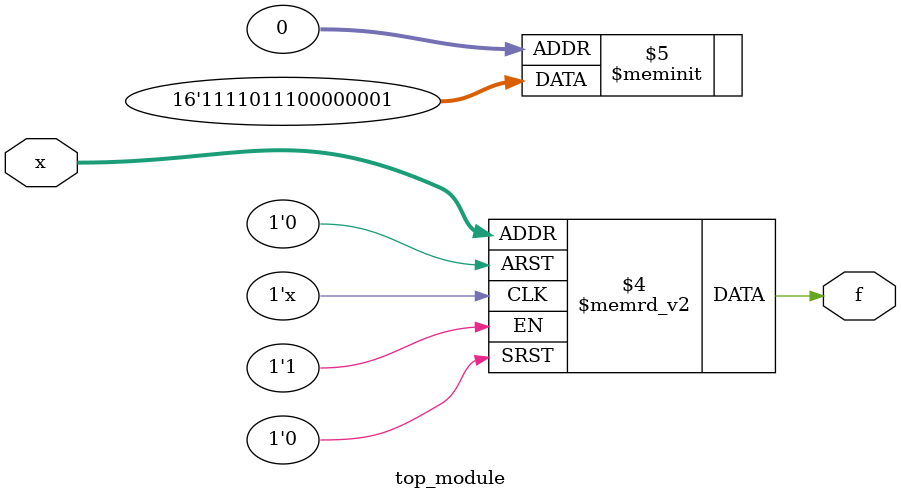
<source format=sv>
module top_module (
	input [4:1] x,
	output logic f
);

always @(*) begin
    case (x)
        4'b0000: f = 1'b1;
        4'b0001: f = 1'b0;
        4'b0011: f = 1'b0;
        4'b0010: f = 1'b0;
        4'b0100: f = 1'b0;
        4'b0101: f = 1'b0;
        4'b0111: f = 1'b0;
        4'b0110: f = 1'b0;
        4'b1100: f = 1'b1;
        4'b1101: f = 1'b1;
        4'b1111: f = 1'b1;
        4'b1110: f = 1'b1;
        4'b1000: f = 1'b1;
        4'b1001: f = 1'b1;
        4'b1011: f = 1'b0;
        4'b1010: f = 1'b1;
        default: f = 1'b0;
    endcase
end

endmodule

</source>
